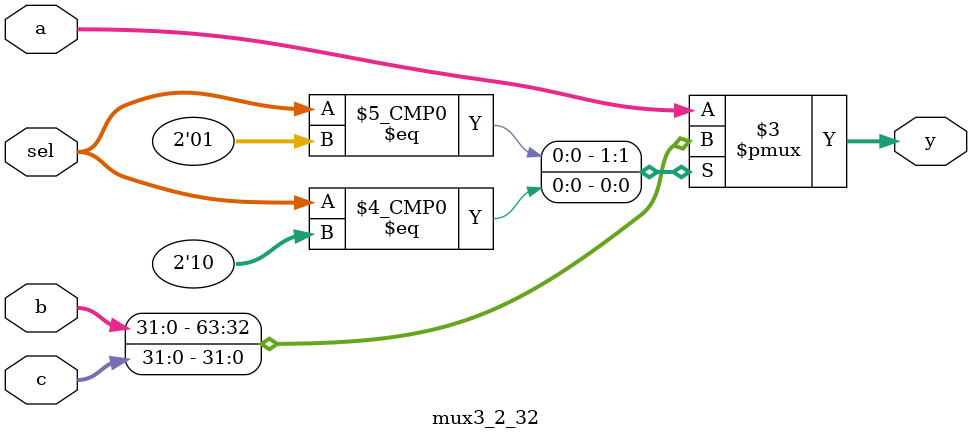
<source format=v>
module mux3_2_32 (
    input  wire [31:0] a,   // entrada 0
    input  wire [31:0] b,   // entrada 1
    input  wire [31:0] c,   // entrada 2
    input  wire [1:0]  sel, // señal de selección
    output reg  [31:0] y    // salida
);

always @(*) begin
    case (sel)
        2'b00: y = a;
        2'b01: y = b;
        2'b10: y = c;
        default: y = a;
    endcase
end

endmodule

</source>
